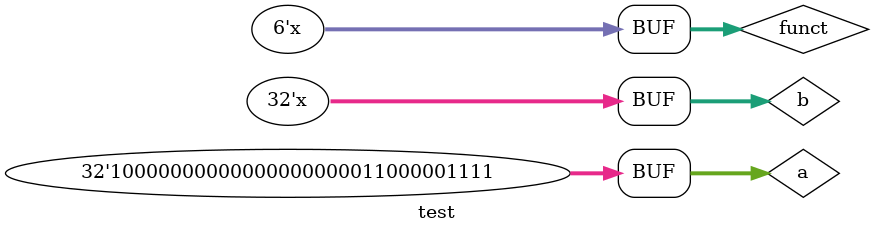
<source format=v>
`timescale 1ns / 1ps
module test;
reg[31:0]a,b;
reg[5:0]funct;
wire [31:0]s;
wire ov,cc,cs;
alu uut(a,b,funct,s,ov,cc,cs);
initial begin
a=32'b10000000000000000000011000001111;
b=32'b00000000000000000000000000001111;
funct=6'b000100;
end
always begin
#20 funct=funct+1;
#20 b=b+1;
end
endmodule

</source>
